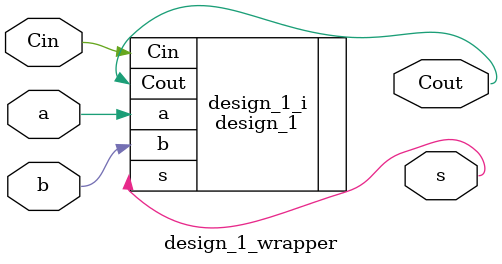
<source format=v>
`timescale 1 ps / 1 ps

module design_1_wrapper
   (Cin,
    Cout,
    a,
    b,
    s);
  input Cin;
  output Cout;
  input a;
  input b;
  output s;

  wire Cin;
  wire Cout;
  wire a;
  wire b;
  wire s;

  design_1 design_1_i
       (.Cin(Cin),
        .Cout(Cout),
        .a(a),
        .b(b),
        .s(s));
endmodule

</source>
